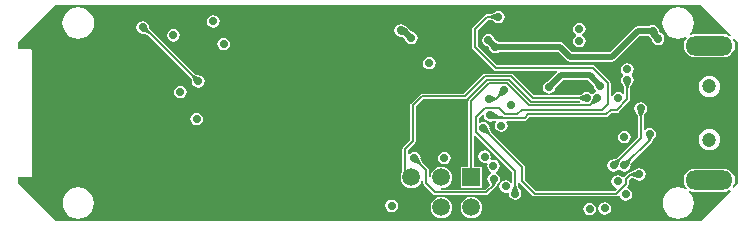
<source format=gbl>
%FSLAX24Y24*%
%MOIN*%
G70*
G01*
G75*
G04 Layer_Physical_Order=4*
G04 Layer_Color=16711680*
%ADD10C,0.0060*%
%ADD11C,0.0200*%
%ADD12C,0.0100*%
%ADD13C,0.0250*%
%ADD14C,0.0120*%
%ADD15C,0.0330*%
%ADD16R,0.0197X0.0236*%
%ADD17R,0.0315X0.0354*%
%ADD18R,0.0217X0.0472*%
%ADD19R,0.1575X0.1181*%
%ADD20R,0.0236X0.0394*%
%ADD21R,0.0394X0.0394*%
%ADD22R,0.2156X0.2156*%
%ADD23O,0.0118X0.0295*%
%ADD24O,0.0295X0.0118*%
%ADD25O,0.0669X0.0177*%
%ADD26R,0.0354X0.0315*%
%ADD27R,0.0266X0.0098*%
%ADD28R,0.0591X0.0937*%
%ADD29R,0.0512X0.0295*%
%ADD30R,0.0128X0.0197*%
%ADD31R,0.0630X0.0520*%
%ADD32R,0.0709X0.0276*%
%ADD33R,0.0906X0.0276*%
%ADD34R,0.0276X0.0709*%
%ADD35R,0.1600X0.0600*%
%ADD36R,0.0433X0.0256*%
%ADD37R,0.0827X0.0472*%
%ADD38R,0.0827X0.0315*%
%ADD39R,0.0236X0.0197*%
G04:AMPARAMS|DCode=40|XSize=19.7mil|YSize=23.6mil|CornerRadius=0mil|HoleSize=0mil|Usage=FLASHONLY|Rotation=135.000|XOffset=0mil|YOffset=0mil|HoleType=Round|Shape=Rectangle|*
%AMROTATEDRECTD40*
4,1,4,0.0153,0.0014,-0.0014,-0.0153,-0.0153,-0.0014,0.0014,0.0153,0.0153,0.0014,0.0*
%
%ADD40ROTATEDRECTD40*%

%ADD41C,0.0150*%
%ADD42C,0.0290*%
%ADD43R,0.1600X0.1300*%
%ADD44C,0.0591*%
%ADD45C,0.0591*%
%ADD46R,0.0591X0.0591*%
%ADD47C,0.0472*%
%ADD48O,0.1575X0.0650*%
%ADD49C,0.0260*%
%ADD50C,0.0400*%
%ADD51C,0.0550*%
%ADD52C,0.0754*%
%ADD53C,0.0991*%
%ADD54O,0.1384X0.0794*%
%ADD55R,0.2280X0.2290*%
%ADD56R,0.1000X0.2790*%
%ADD57R,0.8990X0.0670*%
%ADD58R,0.0750X0.0500*%
%ADD59C,0.0530*%
G36*
X48751Y26274D02*
X48719Y26236D01*
X48694Y26255D01*
X48600Y26294D01*
X48500Y26307D01*
X47574D01*
X47474Y26294D01*
X47409Y26267D01*
X47379Y26307D01*
X47456Y26407D01*
X47508Y26534D01*
X47526Y26670D01*
X47508Y26806D01*
X47456Y26933D01*
X47372Y27042D01*
X47263Y27126D01*
X47136Y27178D01*
X47000Y27196D01*
X46864Y27178D01*
X46737Y27126D01*
X46628Y27042D01*
X46544Y26933D01*
X46492Y26806D01*
X46474Y26670D01*
X46492Y26534D01*
X46544Y26407D01*
X46628Y26298D01*
X46737Y26214D01*
X46864Y26162D01*
X47000Y26144D01*
X47136Y26162D01*
X47252Y26210D01*
X47282Y26170D01*
X47238Y26113D01*
X47200Y26020D01*
X47186Y25919D01*
X47200Y25819D01*
X47238Y25725D01*
X47300Y25645D01*
X47380Y25583D01*
X47474Y25544D01*
X47574Y25531D01*
X48500D01*
X48600Y25544D01*
X48694Y25583D01*
X48774Y25645D01*
X48836Y25725D01*
X48875Y25819D01*
X48888Y25919D01*
X48875Y26020D01*
X48836Y26113D01*
X48817Y26138D01*
X48854Y26171D01*
X49008Y26017D01*
Y21333D01*
X48854Y21179D01*
X48817Y21212D01*
X48836Y21237D01*
X48875Y21330D01*
X48888Y21431D01*
X48875Y21531D01*
X48836Y21625D01*
X48774Y21705D01*
X48694Y21767D01*
X48600Y21806D01*
X48500Y21819D01*
X47574D01*
X47474Y21806D01*
X47380Y21767D01*
X47300Y21705D01*
X47238Y21625D01*
X47200Y21531D01*
X47186Y21431D01*
X47200Y21330D01*
X47238Y21237D01*
X47293Y21165D01*
X47263Y21125D01*
X47136Y21177D01*
X47000Y21195D01*
X46864Y21177D01*
X46737Y21125D01*
X46629Y21041D01*
X46545Y20933D01*
X46493Y20806D01*
X46475Y20670D01*
X46493Y20534D01*
X46545Y20407D01*
X46629Y20299D01*
X46737Y20215D01*
X46864Y20163D01*
X47000Y20145D01*
X47136Y20163D01*
X47263Y20215D01*
X47371Y20299D01*
X47455Y20407D01*
X47507Y20534D01*
X47525Y20670D01*
X47507Y20806D01*
X47455Y20933D01*
X47371Y21041D01*
X47362Y21049D01*
X47387Y21092D01*
X47474Y21056D01*
X47574Y21043D01*
X48500D01*
X48600Y21056D01*
X48694Y21095D01*
X48719Y21114D01*
X48751Y21076D01*
X47762Y20087D01*
X26238D01*
X24992Y21333D01*
Y21533D01*
X25380D01*
X25415Y21540D01*
X25445Y21560D01*
X25465Y21590D01*
X25472Y21625D01*
Y25725D01*
X25465Y25760D01*
X25445Y25790D01*
X25415Y25810D01*
X25380Y25817D01*
X24992D01*
Y26017D01*
X26238Y27263D01*
X47762D01*
X48751Y26274D01*
D02*
G37*
%LPC*%
G36*
X45750Y24034D02*
X45670Y24018D01*
X45602Y23973D01*
X45557Y23905D01*
X45541Y23825D01*
X45557Y23745D01*
X45602Y23677D01*
X45608Y23674D01*
X45644Y23619D01*
X45658Y23553D01*
X45657Y23547D01*
X45658D01*
Y22863D01*
X44981Y22186D01*
X44981Y22186D01*
X44980Y22187D01*
X44977Y22183D01*
X44921Y22146D01*
X44857Y22133D01*
X44850Y22134D01*
X44770Y22118D01*
X44702Y22073D01*
X44657Y22005D01*
X44641Y21925D01*
X44657Y21845D01*
X44702Y21777D01*
X44770Y21732D01*
X44850Y21716D01*
X44930Y21732D01*
X44998Y21777D01*
X45000Y21781D01*
X45050D01*
X45052Y21777D01*
X45120Y21732D01*
X45200Y21716D01*
X45280Y21732D01*
X45348Y21777D01*
X45393Y21845D01*
X45409Y21925D01*
X45408Y21932D01*
X45421Y21996D01*
X45458Y22052D01*
X45462Y22055D01*
X45461Y22056D01*
X45461Y22056D01*
X46115Y22710D01*
X46135Y22740D01*
X46142Y22775D01*
D01*
D01*
X46142D01*
X46142Y22775D01*
X46142Y22775D01*
X46144Y22775D01*
X46147Y22780D01*
X46198Y22827D01*
X46198Y22827D01*
X46198D01*
X46243Y22895D01*
X46259Y22975D01*
X46243Y23055D01*
X46198Y23123D01*
X46130Y23168D01*
X46050Y23184D01*
X45970Y23168D01*
X45902Y23123D01*
X45890Y23104D01*
X45842Y23118D01*
Y23547D01*
X45843D01*
X45842Y23553D01*
X45856Y23619D01*
X45892Y23674D01*
X45898Y23677D01*
X45943Y23745D01*
X45959Y23825D01*
X45943Y23905D01*
X45898Y23973D01*
X45830Y24018D01*
X45750Y24034D01*
D02*
G37*
G36*
X45200Y23084D02*
X45120Y23068D01*
X45052Y23023D01*
X45007Y22955D01*
X44991Y22875D01*
X45007Y22795D01*
X45052Y22727D01*
X45120Y22682D01*
X45200Y22666D01*
X45280Y22682D01*
X45348Y22727D01*
X45393Y22795D01*
X45409Y22875D01*
X45393Y22955D01*
X45348Y23023D01*
X45280Y23068D01*
X45200Y23084D01*
D02*
G37*
G36*
X30950Y23684D02*
X30870Y23668D01*
X30802Y23623D01*
X30757Y23555D01*
X30741Y23475D01*
X30757Y23395D01*
X30802Y23327D01*
X30870Y23282D01*
X30950Y23266D01*
X31030Y23282D01*
X31098Y23327D01*
X31143Y23395D01*
X31159Y23475D01*
X31143Y23555D01*
X31098Y23623D01*
X31030Y23668D01*
X30950Y23684D01*
D02*
G37*
G36*
X30400Y24584D02*
X30320Y24568D01*
X30252Y24523D01*
X30207Y24455D01*
X30191Y24375D01*
X30207Y24295D01*
X30252Y24227D01*
X30320Y24182D01*
X30400Y24166D01*
X30480Y24182D01*
X30548Y24227D01*
X30593Y24295D01*
X30609Y24375D01*
X30593Y24455D01*
X30548Y24523D01*
X30480Y24568D01*
X30400Y24584D01*
D02*
G37*
G36*
X48037Y24919D02*
X47944Y24907D01*
X47858Y24871D01*
X47784Y24814D01*
X47727Y24740D01*
X47691Y24654D01*
X47679Y24561D01*
X47691Y24468D01*
X47727Y24382D01*
X47784Y24307D01*
X47858Y24251D01*
X47944Y24215D01*
X48037Y24202D01*
X48130Y24215D01*
X48216Y24251D01*
X48290Y24307D01*
X48347Y24382D01*
X48383Y24468D01*
X48395Y24561D01*
X48383Y24654D01*
X48347Y24740D01*
X48290Y24814D01*
X48216Y24871D01*
X48130Y24907D01*
X48037Y24919D01*
D02*
G37*
G36*
X44550Y20704D02*
X44470Y20688D01*
X44402Y20643D01*
X44357Y20575D01*
X44341Y20495D01*
X44357Y20415D01*
X44402Y20347D01*
X44470Y20302D01*
X44550Y20286D01*
X44630Y20302D01*
X44698Y20347D01*
X44743Y20415D01*
X44759Y20495D01*
X44743Y20575D01*
X44698Y20643D01*
X44630Y20688D01*
X44550Y20704D01*
D02*
G37*
G36*
X44050Y20684D02*
X43970Y20668D01*
X43902Y20623D01*
X43857Y20555D01*
X43841Y20475D01*
X43857Y20395D01*
X43902Y20327D01*
X43970Y20282D01*
X44050Y20266D01*
X44130Y20282D01*
X44198Y20327D01*
X44243Y20395D01*
X44259Y20475D01*
X44243Y20555D01*
X44198Y20623D01*
X44130Y20668D01*
X44050Y20684D01*
D02*
G37*
G36*
X37450Y20787D02*
X37370Y20771D01*
X37302Y20726D01*
X37257Y20658D01*
X37241Y20578D01*
X37257Y20498D01*
X37302Y20430D01*
X37370Y20385D01*
X37450Y20369D01*
X37530Y20385D01*
X37598Y20430D01*
X37643Y20498D01*
X37659Y20578D01*
X37643Y20658D01*
X37598Y20726D01*
X37530Y20771D01*
X37450Y20787D01*
D02*
G37*
G36*
X48037Y23148D02*
X47944Y23135D01*
X47858Y23100D01*
X47784Y23043D01*
X47727Y22968D01*
X47691Y22882D01*
X47679Y22789D01*
X47691Y22696D01*
X47727Y22610D01*
X47784Y22536D01*
X47858Y22479D01*
X47944Y22443D01*
X48037Y22431D01*
X48130Y22443D01*
X48216Y22479D01*
X48290Y22536D01*
X48347Y22610D01*
X48383Y22696D01*
X48395Y22789D01*
X48383Y22882D01*
X48347Y22968D01*
X48290Y23043D01*
X48216Y23100D01*
X48130Y23135D01*
X48037Y23148D01*
D02*
G37*
G36*
X39200Y22384D02*
X39120Y22368D01*
X39052Y22323D01*
X39007Y22255D01*
X38991Y22175D01*
X39007Y22095D01*
X39052Y22027D01*
X39120Y21982D01*
X39200Y21966D01*
X39280Y21982D01*
X39348Y22027D01*
X39393Y22095D01*
X39409Y22175D01*
X39393Y22255D01*
X39348Y22323D01*
X39280Y22368D01*
X39200Y22384D01*
D02*
G37*
G36*
X27000Y21200D02*
X26864Y21182D01*
X26738Y21130D01*
X26629Y21046D01*
X26545Y20937D01*
X26493Y20811D01*
X26475Y20675D01*
X26493Y20539D01*
X26545Y20413D01*
X26629Y20304D01*
X26738Y20220D01*
X26864Y20168D01*
X27000Y20150D01*
X27136Y20168D01*
X27262Y20220D01*
X27371Y20304D01*
X27455Y20413D01*
X27507Y20539D01*
X27525Y20675D01*
X27507Y20811D01*
X27455Y20937D01*
X27371Y21046D01*
X27262Y21130D01*
X27136Y21182D01*
X27000Y21200D01*
D02*
G37*
G36*
X30170Y26474D02*
X30090Y26458D01*
X30022Y26413D01*
X29977Y26345D01*
X29961Y26265D01*
X29977Y26185D01*
X30022Y26117D01*
X30090Y26072D01*
X30170Y26056D01*
X30250Y26072D01*
X30318Y26117D01*
X30363Y26185D01*
X30379Y26265D01*
X30363Y26345D01*
X30318Y26413D01*
X30250Y26458D01*
X30170Y26474D01*
D02*
G37*
G36*
X37750Y26634D02*
X37670Y26618D01*
X37602Y26573D01*
X37557Y26505D01*
X37541Y26425D01*
X37557Y26345D01*
X37602Y26277D01*
X37670Y26232D01*
X37750Y26216D01*
X37757Y26217D01*
X37822Y26204D01*
X37823Y26204D01*
X37831Y26192D01*
X37866Y26168D01*
X37864Y26164D01*
X37880Y26154D01*
X37895Y26130D01*
X37897Y26121D01*
X37897D01*
X37902Y26118D01*
X37907Y26095D01*
X37952Y26027D01*
X38020Y25982D01*
X38100Y25966D01*
X38180Y25982D01*
X38248Y26027D01*
X38293Y26095D01*
X38309Y26175D01*
X38293Y26255D01*
X38248Y26323D01*
X38180Y26368D01*
X38127Y26379D01*
X38113Y26393D01*
X38113Y26393D01*
X38114Y26394D01*
X38106Y26400D01*
X37965Y26540D01*
X37912Y26576D01*
X37885Y26581D01*
X37830Y26618D01*
X37750Y26634D01*
D02*
G37*
G36*
X27000Y27203D02*
X26863Y27185D01*
X26736Y27132D01*
X26627Y27048D01*
X26543Y26939D01*
X26490Y26812D01*
X26472Y26675D01*
X26490Y26538D01*
X26543Y26411D01*
X26627Y26302D01*
X26736Y26218D01*
X26863Y26165D01*
X27000Y26147D01*
X27137Y26165D01*
X27264Y26218D01*
X27373Y26302D01*
X27457Y26411D01*
X27510Y26538D01*
X27528Y26675D01*
X27510Y26812D01*
X27457Y26939D01*
X27373Y27048D01*
X27264Y27132D01*
X27137Y27185D01*
X27000Y27203D01*
D02*
G37*
G36*
X41000Y27084D02*
X40920Y27068D01*
X40852Y27023D01*
X40849Y27017D01*
X40794Y26981D01*
X40728Y26967D01*
X40722Y26968D01*
Y26967D01*
X40630D01*
X40595Y26960D01*
X40565Y26940D01*
X40155Y26530D01*
X40135Y26500D01*
X40128Y26465D01*
Y25885D01*
X40128Y25885D01*
X40128D01*
X40135Y25850D01*
X40155Y25820D01*
X40865Y25110D01*
X40895Y25090D01*
X40895Y25090D01*
X40895Y25090D01*
D01*
X40895Y25090D01*
X40895Y25090D01*
X40930Y25083D01*
X42949D01*
X42965Y25059D01*
X42974Y25037D01*
X42666Y24729D01*
X42613Y24718D01*
X42545Y24673D01*
X42500Y24605D01*
X42484Y24525D01*
X42500Y24445D01*
X42545Y24377D01*
X42613Y24332D01*
X42690Y24317D01*
X42690Y24317D01*
D01*
X42689Y24304D01*
D01*
X42688Y24294D01*
X42664Y24267D01*
X42188D01*
X41495Y24960D01*
X41465Y24980D01*
X41430Y24987D01*
X40570D01*
X40535Y24980D01*
X40505Y24960D01*
X39862Y24317D01*
X38450D01*
X38415Y24310D01*
X38385Y24290D01*
X38085Y23990D01*
X38065Y23960D01*
X38058Y23925D01*
Y22763D01*
X37835Y22540D01*
X37815Y22510D01*
X37808Y22475D01*
Y21728D01*
X37790Y21704D01*
X37754Y21618D01*
X37742Y21525D01*
X37754Y21432D01*
X37790Y21346D01*
X37847Y21272D01*
X37921Y21215D01*
X38007Y21179D01*
X38100Y21167D01*
X38193Y21179D01*
X38279Y21215D01*
X38353Y21272D01*
X38410Y21346D01*
X38446Y21432D01*
X38458Y21525D01*
X38458D01*
X38458Y21525D01*
X38472Y21524D01*
D01*
X38474Y21524D01*
X38508Y21492D01*
Y21325D01*
X38508Y21325D01*
X38508D01*
X38515Y21290D01*
X38535Y21260D01*
X38835Y20960D01*
X38865Y20940D01*
X38900Y20933D01*
X39097D01*
X39100Y20883D01*
X39100Y20883D01*
X39007Y20871D01*
X38921Y20835D01*
X38847Y20778D01*
X38790Y20704D01*
X38754Y20618D01*
X38742Y20525D01*
X38754Y20432D01*
X38790Y20346D01*
X38847Y20272D01*
X38921Y20215D01*
X39007Y20179D01*
X39100Y20167D01*
X39193Y20179D01*
X39279Y20215D01*
X39353Y20272D01*
X39410Y20346D01*
X39446Y20432D01*
X39458Y20525D01*
X39446Y20618D01*
X39410Y20704D01*
X39353Y20778D01*
X39279Y20835D01*
X39193Y20871D01*
X39100Y20883D01*
X39103Y20933D01*
X40097D01*
X40100Y20883D01*
X40100Y20883D01*
X40007Y20871D01*
X39921Y20835D01*
X39847Y20778D01*
X39790Y20704D01*
X39754Y20618D01*
X39742Y20525D01*
X39754Y20432D01*
X39790Y20346D01*
X39847Y20272D01*
X39921Y20215D01*
X40007Y20179D01*
X40100Y20167D01*
X40193Y20179D01*
X40279Y20215D01*
X40353Y20272D01*
X40410Y20346D01*
X40446Y20432D01*
X40458Y20525D01*
X40446Y20618D01*
X40410Y20704D01*
X40353Y20778D01*
X40279Y20835D01*
X40193Y20871D01*
X40100Y20883D01*
X40103Y20933D01*
X40600D01*
X40635Y20940D01*
X40665Y20960D01*
X40665Y20960D01*
X40665Y20960D01*
X40915Y21210D01*
X40935Y21240D01*
X40936Y21246D01*
X40942Y21275D01*
X40942Y21275D01*
X40944Y21275D01*
X40956Y21294D01*
D01*
D01*
X40956Y21294D01*
X40956D01*
X40953Y21297D01*
X40998Y21327D01*
X41043Y21395D01*
X41059Y21475D01*
X41043Y21555D01*
X40998Y21623D01*
X40930Y21668D01*
X40926Y21669D01*
X40916Y21718D01*
X40983Y21762D01*
X41028Y21830D01*
X41044Y21910D01*
X41028Y21990D01*
X40983Y22058D01*
X40915Y22103D01*
X40835Y22119D01*
X40788Y22110D01*
X40743Y22139D01*
X40740Y22142D01*
X40756Y22222D01*
X40740Y22302D01*
X40694Y22369D01*
X40627Y22415D01*
X40547Y22431D01*
X40467Y22415D01*
X40399Y22369D01*
X40353Y22302D01*
X40338Y22222D01*
X40353Y22142D01*
X40399Y22074D01*
X40467Y22028D01*
X40547Y22013D01*
X40594Y22022D01*
X40639Y21992D01*
X40642Y21989D01*
X40626Y21910D01*
X40642Y21830D01*
X40687Y21762D01*
X40755Y21717D01*
X40759Y21716D01*
X40769Y21667D01*
X40702Y21623D01*
X40657Y21555D01*
X40641Y21475D01*
X40657Y21395D01*
X40702Y21327D01*
X40712Y21321D01*
X40716Y21271D01*
X40562Y21117D01*
X39133D01*
X39101Y21151D01*
X39101Y21153D01*
D01*
X39100Y21167D01*
X39100Y21167D01*
Y21167D01*
X39193Y21179D01*
X39279Y21215D01*
X39353Y21272D01*
X39410Y21346D01*
X39446Y21432D01*
X39458Y21525D01*
X39446Y21618D01*
X39410Y21704D01*
X39353Y21778D01*
X39279Y21835D01*
X39193Y21871D01*
X39100Y21883D01*
X39007Y21871D01*
X38921Y21835D01*
X38847Y21778D01*
X38790Y21704D01*
X38754Y21618D01*
X38742Y21525D01*
X38742Y21525D01*
X38728Y21526D01*
X38728Y21526D01*
X38726Y21526D01*
X38692Y21558D01*
Y21775D01*
X38686Y21804D01*
X38685Y21810D01*
X38665Y21840D01*
X38461Y22044D01*
X38462Y22045D01*
X38462Y22045D01*
X38458Y22048D01*
X38421Y22104D01*
X38408Y22168D01*
X38409Y22175D01*
X38393Y22255D01*
X38348Y22323D01*
X38280Y22368D01*
X38200Y22384D01*
X38120Y22368D01*
X38052Y22323D01*
X38040Y22304D01*
X37992Y22318D01*
Y22437D01*
X38215Y22660D01*
X38235Y22690D01*
X38236Y22696D01*
X38242Y22725D01*
Y23887D01*
X38488Y24133D01*
X39900D01*
X39935Y24140D01*
X39965Y24160D01*
X40608Y24803D01*
X41392D01*
X42085Y24110D01*
X42085D01*
X42085Y24110D01*
X42085Y24110D01*
Y24110D01*
X42115Y24090D01*
X42150Y24083D01*
X43672D01*
Y24082D01*
X43678Y24083D01*
X43715Y24075D01*
X43741Y24032D01*
X43736Y24017D01*
X42070D01*
X41362Y24725D01*
X41332Y24745D01*
X41297Y24752D01*
X40685D01*
X40650Y24745D01*
X40620Y24725D01*
X40035Y24140D01*
X40015Y24110D01*
X40008Y24075D01*
Y21880D01*
X39745D01*
Y21170D01*
X40455D01*
Y21880D01*
X40192D01*
Y22918D01*
X40238Y22937D01*
X41470Y21705D01*
Y21350D01*
X41423Y21336D01*
X41398Y21373D01*
X41330Y21418D01*
X41250Y21434D01*
X41170Y21418D01*
X41102Y21373D01*
X41057Y21305D01*
X41041Y21225D01*
X41057Y21145D01*
X41102Y21077D01*
X41170Y21032D01*
X41250Y21016D01*
X41319Y21030D01*
X41355Y20994D01*
X41353Y20987D01*
X41369Y20907D01*
X41414Y20839D01*
X41482Y20794D01*
X41562Y20778D01*
X41642Y20794D01*
X41710Y20839D01*
X41755Y20907D01*
X41771Y20987D01*
X41755Y21067D01*
X41710Y21135D01*
X41704Y21139D01*
X41668Y21194D01*
X41655Y21260D01*
X41655Y21265D01*
X41654D01*
Y21383D01*
X41704Y21387D01*
X41705Y21380D01*
X41725Y21350D01*
X42155Y20920D01*
X42185Y20900D01*
X42220Y20893D01*
X44930D01*
X44965Y20900D01*
X44995Y20920D01*
X45003Y20929D01*
X45051Y20914D01*
X45057Y20885D01*
X45102Y20817D01*
X45170Y20772D01*
X45250Y20756D01*
X45330Y20772D01*
X45398Y20817D01*
X45443Y20885D01*
X45459Y20965D01*
X45443Y21045D01*
X45398Y21113D01*
X45330Y21158D01*
X45301Y21164D01*
X45286Y21212D01*
X45315Y21240D01*
X45335Y21270D01*
X45336Y21276D01*
X45342Y21305D01*
Y21427D01*
X45444Y21529D01*
X45494Y21519D01*
X45549Y21483D01*
X45552Y21477D01*
X45620Y21432D01*
X45700Y21416D01*
X45780Y21432D01*
X45848Y21477D01*
X45893Y21545D01*
X45909Y21625D01*
X45893Y21705D01*
X45848Y21773D01*
X45780Y21818D01*
X45700Y21834D01*
X45620Y21818D01*
X45552Y21773D01*
X45549Y21767D01*
X45494Y21731D01*
X45428Y21717D01*
X45422Y21718D01*
Y21717D01*
X45410D01*
X45375Y21710D01*
X45345Y21690D01*
X45185Y21530D01*
X45182Y21526D01*
X45132D01*
X45124Y21539D01*
X45056Y21584D01*
X44976Y21600D01*
X44896Y21584D01*
X44828Y21539D01*
X44783Y21471D01*
X44767Y21391D01*
X44783Y21311D01*
X44828Y21243D01*
X44896Y21198D01*
X44941Y21189D01*
X44956Y21141D01*
X44892Y21077D01*
X42258D01*
X41882Y21453D01*
Y21885D01*
X41876Y21914D01*
X41875Y21920D01*
X41855Y21950D01*
X40761Y23044D01*
X40762Y23045D01*
X40762Y23045D01*
X40758Y23048D01*
X40721Y23104D01*
X40708Y23168D01*
X40709Y23175D01*
X40693Y23255D01*
X40648Y23323D01*
X40580Y23368D01*
X40500Y23384D01*
X40420Y23368D01*
X40396Y23352D01*
X40352Y23376D01*
Y23517D01*
X40483Y23648D01*
X40527Y23624D01*
X40521Y23595D01*
X40537Y23515D01*
X40582Y23447D01*
X40650Y23402D01*
X40730Y23386D01*
X40810Y23402D01*
X40842Y23423D01*
X40901D01*
X40911Y23422D01*
Y23422D01*
X40914D01*
X40936Y23379D01*
X40907Y23335D01*
X40891Y23255D01*
X40907Y23175D01*
X40952Y23107D01*
X41020Y23062D01*
X41100Y23046D01*
X41180Y23062D01*
X41248Y23107D01*
X41293Y23175D01*
X41309Y23255D01*
X41293Y23335D01*
X41264Y23379D01*
X41287Y23423D01*
X41890D01*
X41925Y23430D01*
X41955Y23450D01*
X42038Y23533D01*
X44600D01*
X44635Y23540D01*
X44665Y23560D01*
X44665Y23560D01*
X44665Y23560D01*
X44788Y23683D01*
X44950D01*
X44985Y23690D01*
X45015Y23710D01*
X45365Y24060D01*
X45385Y24090D01*
X45392Y24125D01*
Y24497D01*
X45393D01*
X45392Y24503D01*
X45406Y24569D01*
X45442Y24624D01*
X45448Y24627D01*
X45493Y24695D01*
X45509Y24775D01*
X45493Y24855D01*
X45448Y24923D01*
X45444Y24925D01*
Y24975D01*
X45448Y24977D01*
X45493Y25045D01*
X45509Y25125D01*
X45493Y25205D01*
X45448Y25273D01*
X45380Y25318D01*
X45300Y25334D01*
X45220Y25318D01*
X45152Y25273D01*
X45107Y25205D01*
X45091Y25125D01*
X45107Y25045D01*
X45152Y24977D01*
X45156Y24975D01*
Y24925D01*
X45152Y24923D01*
X45107Y24855D01*
X45091Y24775D01*
X45107Y24695D01*
X45152Y24627D01*
X45158Y24624D01*
X45194Y24569D01*
X45208Y24503D01*
X45207Y24497D01*
X45208D01*
Y24318D01*
X45160Y24304D01*
X45148Y24323D01*
X45080Y24368D01*
X45000Y24384D01*
X44920Y24368D01*
X44852Y24323D01*
X44807Y24255D01*
X44792Y24178D01*
X44792Y24178D01*
X44779Y24179D01*
D01*
X44769Y24180D01*
X44742Y24205D01*
Y24675D01*
X44735Y24710D01*
X44715Y24740D01*
X44215Y25240D01*
X44185Y25260D01*
X44150Y25267D01*
X40968D01*
X40312Y25923D01*
Y26427D01*
X40668Y26783D01*
X40722D01*
Y26782D01*
X40728Y26783D01*
X40794Y26769D01*
X40849Y26733D01*
X40852Y26727D01*
X40920Y26682D01*
X41000Y26666D01*
X41080Y26682D01*
X41148Y26727D01*
X41193Y26795D01*
X41209Y26875D01*
X41193Y26955D01*
X41148Y27023D01*
X41080Y27068D01*
X41000Y27084D01*
D02*
G37*
G36*
X31500Y26934D02*
X31420Y26918D01*
X31352Y26873D01*
X31307Y26805D01*
X31291Y26725D01*
X31307Y26645D01*
X31352Y26577D01*
X31420Y26532D01*
X31500Y26516D01*
X31580Y26532D01*
X31648Y26577D01*
X31693Y26645D01*
X31709Y26725D01*
X31693Y26805D01*
X31648Y26873D01*
X31580Y26918D01*
X31500Y26934D01*
D02*
G37*
G36*
X38700Y25544D02*
X38620Y25528D01*
X38552Y25483D01*
X38507Y25415D01*
X38491Y25335D01*
X38507Y25255D01*
X38552Y25187D01*
X38620Y25142D01*
X38700Y25126D01*
X38780Y25142D01*
X38848Y25187D01*
X38893Y25255D01*
X38909Y25335D01*
X38893Y25415D01*
X38848Y25483D01*
X38780Y25528D01*
X38700Y25544D01*
D02*
G37*
G36*
X29150Y26734D02*
X29070Y26718D01*
X29002Y26673D01*
X28957Y26605D01*
X28941Y26525D01*
X28957Y26445D01*
X29002Y26377D01*
X29070Y26332D01*
X29150Y26316D01*
X29155Y26317D01*
X29229Y26307D01*
X29303Y26277D01*
X29366Y26228D01*
X29367Y26228D01*
X29367Y26228D01*
X30739Y24856D01*
X30739Y24856D01*
X30738Y24855D01*
X30742Y24852D01*
X30779Y24796D01*
X30792Y24732D01*
X30791Y24725D01*
X30807Y24645D01*
X30852Y24577D01*
X30920Y24532D01*
X31000Y24516D01*
X31080Y24532D01*
X31148Y24577D01*
X31193Y24645D01*
X31209Y24725D01*
X31193Y24805D01*
X31148Y24873D01*
X31080Y24918D01*
X31000Y24934D01*
X30993Y24933D01*
X30929Y24946D01*
X30873Y24983D01*
X30870Y24987D01*
X30869Y24986D01*
X30869Y24986D01*
X29497Y26358D01*
X29498Y26360D01*
X29483Y26371D01*
X29394Y26461D01*
X29395Y26461D01*
X29388Y26467D01*
X29376Y26479D01*
X29377Y26480D01*
X29364Y26501D01*
X29359Y26524D01*
X29359Y26525D01*
X29343Y26605D01*
X29298Y26673D01*
X29230Y26718D01*
X29150Y26734D01*
D02*
G37*
G36*
X46160Y26614D02*
X46080Y26598D01*
X46035Y26568D01*
X45650D01*
X45588Y26556D01*
X45535Y26520D01*
X44722Y25708D01*
X43468D01*
X43185Y25990D01*
X43132Y26026D01*
X43070Y26038D01*
X41025D01*
X40980Y26068D01*
X40927Y26079D01*
X40878Y26128D01*
X40867Y26181D01*
X40822Y26249D01*
X40754Y26294D01*
X40674Y26310D01*
X40594Y26294D01*
X40526Y26249D01*
X40481Y26181D01*
X40465Y26101D01*
X40481Y26021D01*
X40526Y25953D01*
X40594Y25908D01*
X40647Y25897D01*
X40696Y25848D01*
X40707Y25795D01*
X40752Y25727D01*
X40820Y25682D01*
X40900Y25666D01*
X40980Y25682D01*
X41025Y25712D01*
X43002D01*
X43285Y25430D01*
X43338Y25394D01*
X43400Y25382D01*
X44790D01*
X44852Y25394D01*
X44905Y25430D01*
X44905Y25430D01*
X44905Y25430D01*
X45718Y26242D01*
X46016D01*
X46039Y26207D01*
X46045Y26200D01*
X46105Y26139D01*
X46109Y26134D01*
X46114Y26130D01*
X46126Y26118D01*
X46137Y26065D01*
X46182Y25997D01*
X46250Y25952D01*
X46330Y25936D01*
X46410Y25952D01*
X46478Y25997D01*
X46523Y26065D01*
X46539Y26145D01*
X46523Y26225D01*
X46478Y26293D01*
X46410Y26338D01*
X46379Y26344D01*
X46368Y26400D01*
X46369Y26405D01*
X46353Y26485D01*
X46308Y26553D01*
X46240Y26598D01*
X46160Y26614D01*
D02*
G37*
G36*
X43700Y26684D02*
X43620Y26668D01*
X43552Y26623D01*
X43507Y26555D01*
X43491Y26475D01*
X43507Y26395D01*
X43552Y26327D01*
X43593Y26300D01*
Y26250D01*
X43552Y26223D01*
X43507Y26155D01*
X43491Y26075D01*
X43507Y25995D01*
X43552Y25927D01*
X43620Y25882D01*
X43700Y25866D01*
X43780Y25882D01*
X43848Y25927D01*
X43893Y25995D01*
X43909Y26075D01*
X43893Y26155D01*
X43848Y26223D01*
X43807Y26250D01*
Y26300D01*
X43848Y26327D01*
X43893Y26395D01*
X43909Y26475D01*
X43893Y26555D01*
X43848Y26623D01*
X43780Y26668D01*
X43700Y26684D01*
D02*
G37*
G36*
X31850Y26184D02*
X31770Y26168D01*
X31702Y26123D01*
X31657Y26055D01*
X31641Y25975D01*
X31657Y25895D01*
X31702Y25827D01*
X31770Y25782D01*
X31850Y25766D01*
X31930Y25782D01*
X31998Y25827D01*
X32043Y25895D01*
X32059Y25975D01*
X32043Y26055D01*
X31998Y26123D01*
X31930Y26168D01*
X31850Y26184D01*
D02*
G37*
%LPD*%
G36*
X44196Y24548D02*
X44207Y24495D01*
X44252Y24427D01*
X44259Y24423D01*
X44249Y24374D01*
X44220Y24368D01*
X44152Y24323D01*
X44150Y24320D01*
X44100D01*
X44098Y24323D01*
X44030Y24368D01*
X43950Y24384D01*
X43870Y24368D01*
X43802Y24323D01*
X43799Y24317D01*
X43744Y24281D01*
X43678Y24267D01*
X43672Y24268D01*
Y24267D01*
X42723D01*
X42698Y24294D01*
X42698Y24297D01*
X42696Y24317D01*
X42773Y24332D01*
X42841Y24377D01*
X42886Y24445D01*
X42897Y24498D01*
X43161Y24762D01*
X43982D01*
X44196Y24548D01*
D02*
G37*
D10*
X40726Y23591D02*
G03*
X40911Y23515I185J185D01*
G01*
X40769Y23634D02*
G03*
X41056Y23515I287J287D01*
G01*
X40811Y23676D02*
G03*
X41201Y23515I389J389D01*
G01*
X41481Y21069D02*
G03*
X41562Y21265I-196J196D01*
G01*
D02*
G03*
X41644Y21069I278J0D01*
G01*
X40782Y24214D02*
G03*
X40920Y24145I138J103D01*
G01*
D02*
G03*
X40782Y24076I0J-172D01*
G01*
X45831Y23744D02*
G03*
X45750Y23547I196J-196D01*
G01*
D02*
G03*
X45669Y23744I-278J0D01*
G01*
X44300Y24060D02*
G03*
X44104Y23979I0J-278D01*
G01*
X44104Y23979D02*
G03*
X44185Y24175I-196J196D01*
G01*
X43869Y24094D02*
G03*
X43672Y24175I-196J-196D01*
G01*
D02*
G03*
X43869Y24256I0J278D01*
G01*
X38315Y22175D02*
G03*
X38396Y21979I278J0D01*
G01*
X38396Y21979D02*
G03*
X38200Y22060I-196J-196D01*
G01*
X46108Y22876D02*
G03*
X46050Y22775I59J-101D01*
G01*
D02*
G03*
X45992Y22876I-116J0D01*
G01*
X45619Y21544D02*
G03*
X45422Y21625I-196J-196D01*
G01*
D02*
G03*
X45619Y21706I0J278D01*
G01*
X44850Y22040D02*
G03*
X45046Y22121I0J278D01*
G01*
X45046Y22121D02*
G03*
X44965Y21925I196J-196D01*
G01*
X45200Y22040D02*
G03*
X45396Y22121I0J278D01*
G01*
X45396Y22121D02*
G03*
X45315Y21925I196J-196D01*
G01*
X45381Y24694D02*
G03*
X45300Y24497I196J-196D01*
G01*
D02*
G03*
X45219Y24694I-278J0D01*
G01*
X40908Y21376D02*
G03*
X40850Y21275I59J-101D01*
G01*
D02*
G03*
X40792Y21376I-116J0D01*
G01*
X30885Y24725D02*
G03*
X30804Y24921I-278J0D01*
G01*
X30804Y24921D02*
G03*
X31000Y24840I196J196D01*
G01*
X29265Y26525D02*
G03*
X29311Y26414I157J0D01*
G01*
X29329Y26396D02*
G03*
X29150Y26470I-179J-179D01*
G01*
X29432Y26293D02*
G03*
X29150Y26410I-282J-282D01*
G01*
X40919Y26794D02*
G03*
X40722Y26875I-196J-196D01*
G01*
D02*
G03*
X40919Y26956I0J278D01*
G01*
X40615Y23175D02*
G03*
X40696Y22979I278J0D01*
G01*
X40696Y22979D02*
G03*
X40500Y23060I-196J-196D01*
G01*
X41200Y24310D02*
G03*
X41004Y24229I0J-278D01*
G01*
X41004Y24229D02*
G03*
X41085Y24425I-196J196D01*
G01*
X29250Y26475D02*
X31000Y24725D01*
X38450Y24225D02*
X39900D01*
X38150Y23925D02*
X38450Y24225D01*
X38150Y22725D02*
Y23925D01*
X37900Y22475D02*
X38150Y22725D01*
X37900Y21725D02*
Y22475D01*
Y21725D02*
X38100Y21525D01*
X45250Y21465D02*
X45410Y21625D01*
X45250Y21305D02*
Y21465D01*
X45410Y21625D02*
X45700D01*
X44930Y20985D02*
X45250Y21305D01*
X45300Y24125D02*
Y24775D01*
X44950Y23775D02*
X45300Y24125D01*
X44750Y23775D02*
X44950D01*
X44600Y23625D02*
X44750Y23775D01*
X42050Y23625D02*
X44600D01*
X42000D02*
X42050D01*
X44050Y23925D02*
X44300Y24175D01*
X42150D02*
X43950D01*
X40100Y21525D02*
Y24075D01*
X44450Y23775D02*
X44650Y23975D01*
Y24675D01*
X44150Y25175D02*
X44650Y24675D01*
X45200Y21925D02*
X46050Y22775D01*
Y22975D01*
X44850Y21925D02*
X45750Y22825D01*
Y23775D01*
X45800Y23825D01*
X38000Y21525D02*
X38100D01*
X38200Y22175D02*
X38600Y21775D01*
Y21325D02*
Y21775D01*
Y21325D02*
X38900Y21025D01*
X40600D01*
X40850Y21275D01*
Y21475D01*
X40930Y25175D02*
X44150D01*
X40220Y25885D02*
X40930Y25175D01*
X40220Y25885D02*
Y26465D01*
X40630Y26875D01*
X41000D01*
X40100Y24075D02*
X40685Y24660D01*
X39900Y24225D02*
X40570Y24895D01*
X41430D01*
X42150Y24175D01*
X40685Y24660D02*
X41297D01*
X42032Y23925D02*
X44050D01*
X41297Y24660D02*
X42032Y23925D01*
X41640Y23635D02*
X41780Y23775D01*
X44450D01*
X41230Y23635D02*
X41640D01*
X40690Y24145D02*
X40920D01*
X41200Y24425D01*
X41020Y23845D02*
X41230Y23635D01*
X40260Y23555D02*
X40550Y23845D01*
X41020D01*
X40730Y23595D02*
X40810Y23515D01*
X41890D01*
X42000Y23625D01*
X42220Y20985D02*
X44930D01*
X41790Y21415D02*
X42220Y20985D01*
X41790Y21415D02*
Y21885D01*
X40500Y23175D02*
X41790Y21885D01*
X40260Y23045D02*
Y23555D01*
Y23045D02*
X41562Y21743D01*
Y20987D02*
Y21743D01*
D11*
X46205Y26405D02*
G03*
X46300Y26175I326J0D01*
G01*
X46160Y26405D02*
G03*
X46338Y26189I220J0D01*
G01*
X38057Y26163D02*
G03*
X37946Y26307I-229J-61D01*
G01*
X37998Y26277D02*
G03*
X37750Y26380I-248J-248D01*
G01*
X37850Y26425D02*
X38100Y26175D01*
X37750Y26425D02*
X37850D01*
X44050Y24925D02*
X44400Y24575D01*
X43093Y24925D02*
X44050D01*
X42693Y24525D02*
X43093Y24925D01*
X40674Y26101D02*
X40900Y25875D01*
X43070D01*
X43400Y25545D01*
X44790D01*
X45650Y26405D01*
X46160D01*
Y26315D02*
Y26405D01*
Y26315D02*
X46330Y26145D01*
D42*
X40835Y21910D02*
D03*
X44976Y21391D02*
D03*
X44550Y20495D02*
D03*
X41100Y23255D02*
D03*
X41435Y23940D02*
D03*
X29300Y25955D02*
D03*
X29290Y25495D02*
D03*
X29140Y22385D02*
D03*
X35910Y20845D02*
D03*
X35420D02*
D03*
X34940Y20835D02*
D03*
X34380D02*
D03*
X29520Y23265D02*
D03*
X31500Y26725D02*
D03*
X35010Y23575D02*
D03*
X32990Y20415D02*
D03*
X33190Y20825D02*
D03*
X32600Y20415D02*
D03*
X32590Y20805D02*
D03*
X32250Y20405D02*
D03*
X37900Y27025D02*
D03*
X48050Y23675D02*
D03*
Y25275D02*
D03*
Y22175D02*
D03*
X47400Y22775D02*
D03*
X46500D02*
D03*
X46280Y22275D02*
D03*
X46950Y22775D02*
D03*
X47850Y26625D02*
D03*
X47950Y20725D02*
D03*
X46350Y20475D02*
D03*
X28050Y24575D02*
D03*
X27600Y21025D02*
D03*
X27550Y21425D02*
D03*
Y21925D02*
D03*
X27740Y22365D02*
D03*
X29650Y24175D02*
D03*
X33450Y22655D02*
D03*
X33010Y22625D02*
D03*
X35000Y26275D02*
D03*
X38700Y25335D02*
D03*
X37600Y21775D02*
D03*
X26300Y26925D02*
D03*
X25950Y26475D02*
D03*
Y20875D02*
D03*
X26300Y20475D02*
D03*
X27800D02*
D03*
X31800Y20425D02*
D03*
X31350D02*
D03*
X30950D02*
D03*
X30700Y27025D02*
D03*
X36700Y26675D02*
D03*
X37250D02*
D03*
X37100Y25975D02*
D03*
X37450Y25675D02*
D03*
X37650Y22325D02*
D03*
X37620Y23135D02*
D03*
X37750Y23525D02*
D03*
Y24025D02*
D03*
Y24525D02*
D03*
Y24975D02*
D03*
X39200Y22175D02*
D03*
X39440Y23765D02*
D03*
X38450D02*
D03*
X38948Y23767D02*
D03*
X39700Y22175D02*
D03*
X41200Y24425D02*
D03*
X40900Y25875D02*
D03*
X40674Y26101D02*
D03*
X40500Y23175D02*
D03*
X41250Y21225D02*
D03*
X41000Y26875D02*
D03*
X37750Y26425D02*
D03*
X43700Y26475D02*
D03*
Y26075D02*
D03*
X38126Y26751D02*
D03*
X38100Y26175D02*
D03*
X29150Y26525D02*
D03*
X31850Y25975D02*
D03*
X30150Y23775D02*
D03*
X30400Y24375D02*
D03*
X28600Y24275D02*
D03*
X32300Y23525D02*
D03*
X31900D02*
D03*
X31500D02*
D03*
X29760Y26545D02*
D03*
X31450Y26015D02*
D03*
X25700Y25925D02*
D03*
X26350D02*
D03*
X26800D02*
D03*
X27350Y24525D02*
D03*
X27200Y25925D02*
D03*
X27250Y25275D02*
D03*
X31450Y25635D02*
D03*
X32600Y26675D02*
D03*
X33050D02*
D03*
X37600Y22775D02*
D03*
X26900Y22825D02*
D03*
X27600D02*
D03*
X28000D02*
D03*
X28200Y22375D02*
D03*
X28000Y21925D02*
D03*
X28050Y21425D02*
D03*
Y21025D02*
D03*
X28200Y20625D02*
D03*
X28550Y20475D02*
D03*
X29000D02*
D03*
X29450D02*
D03*
X27250Y22825D02*
D03*
X26350D02*
D03*
Y22325D02*
D03*
Y21825D02*
D03*
X25700Y21375D02*
D03*
X27050D02*
D03*
X26350D02*
D03*
X25700Y21825D02*
D03*
Y22375D02*
D03*
Y22825D02*
D03*
X33780Y21215D02*
D03*
X33350Y20475D02*
D03*
X32050Y20675D02*
D03*
X33800Y20475D02*
D03*
X31150Y20675D02*
D03*
X31600D02*
D03*
X30700D02*
D03*
X30350Y20475D02*
D03*
X29900D02*
D03*
X28705Y22381D02*
D03*
X33780Y22085D02*
D03*
X30650Y22625D02*
D03*
X31150D02*
D03*
X31600D02*
D03*
X32100D02*
D03*
X32550D02*
D03*
X32760Y22275D02*
D03*
X33270D02*
D03*
X33880Y22485D02*
D03*
X34250Y20475D02*
D03*
X34700D02*
D03*
X35200D02*
D03*
X35700D02*
D03*
X36150D02*
D03*
X36790Y21175D02*
D03*
X36480Y20845D02*
D03*
X33870Y22855D02*
D03*
X35030Y23095D02*
D03*
X35430Y23695D02*
D03*
X37200Y22705D02*
D03*
Y22325D02*
D03*
X37000Y21475D02*
D03*
X37350Y21325D02*
D03*
X37200Y21875D02*
D03*
X37400Y23725D02*
D03*
Y24275D02*
D03*
Y24775D02*
D03*
Y25225D02*
D03*
X36700Y25925D02*
D03*
X36250D02*
D03*
X35800D02*
D03*
X35350D02*
D03*
X34950D02*
D03*
X37050Y25575D02*
D03*
X27700Y24575D02*
D03*
X27900Y24275D02*
D03*
X28250D02*
D03*
X29250Y23925D02*
D03*
X29000Y24175D02*
D03*
X29350Y23575D02*
D03*
X29320Y22925D02*
D03*
X29820Y23005D02*
D03*
X30200Y23375D02*
D03*
X31500Y24025D02*
D03*
X31900D02*
D03*
X32300D02*
D03*
X32750Y23525D02*
D03*
X33200D02*
D03*
X34550Y24125D02*
D03*
Y23725D02*
D03*
X35430Y24105D02*
D03*
X34600Y26325D02*
D03*
X34400Y26675D02*
D03*
X33950D02*
D03*
X33500D02*
D03*
X31750Y26385D02*
D03*
X31450Y25265D02*
D03*
X31050Y24025D02*
D03*
X30600Y24725D02*
D03*
X35000Y24125D02*
D03*
X37450Y20578D02*
D03*
X31000Y24725D02*
D03*
X40850Y21475D02*
D03*
X40250Y25025D02*
D03*
X42000Y24675D02*
D03*
X45250Y20965D02*
D03*
X45850Y20975D02*
D03*
X43900Y24575D02*
D03*
X45200Y25515D02*
D03*
X44400Y24575D02*
D03*
X45300Y24775D02*
D03*
Y25125D02*
D03*
X45200Y21925D02*
D03*
X44850D02*
D03*
X45700Y21625D02*
D03*
X27900Y27025D02*
D03*
X28350D02*
D03*
X28800D02*
D03*
X29250D02*
D03*
X29750D02*
D03*
X30250D02*
D03*
X35200D02*
D03*
X36950D02*
D03*
X37450D02*
D03*
X43350Y26875D02*
D03*
X41400D02*
D03*
X46200D02*
D03*
X44500Y26475D02*
D03*
X44650Y25875D02*
D03*
Y26975D02*
D03*
X39700Y26475D02*
D03*
Y26925D02*
D03*
Y26025D02*
D03*
X46050Y22975D02*
D03*
X45000Y24175D02*
D03*
Y23525D02*
D03*
X38200Y22175D02*
D03*
X43950Y24175D02*
D03*
X44300D02*
D03*
X27050Y21825D02*
D03*
Y22325D02*
D03*
X42693Y24525D02*
D03*
X44050Y20475D02*
D03*
X32240Y26405D02*
D03*
X45750Y23825D02*
D03*
X45200Y22875D02*
D03*
X25780Y25025D02*
D03*
Y25525D02*
D03*
X27000Y24525D02*
D03*
Y24975D02*
D03*
X27000Y25525D02*
D03*
X26350D02*
D03*
Y25025D02*
D03*
Y24525D02*
D03*
X25780Y24555D02*
D03*
X30170Y26265D02*
D03*
X46330Y26145D02*
D03*
X46160Y26405D02*
D03*
X34550Y25925D02*
D03*
X27900Y26475D02*
D03*
X29750Y23725D02*
D03*
X40690Y24145D02*
D03*
X41562Y20987D02*
D03*
X40730Y23595D02*
D03*
X30950Y23475D02*
D03*
X40547Y22222D02*
D03*
D43*
X26250Y25029D02*
D03*
Y22313D02*
D03*
D44*
X38100Y20525D02*
D03*
X39100D02*
D03*
Y21525D02*
D03*
X40100Y20525D02*
D03*
D45*
X38100Y21525D02*
D03*
D46*
X40100D02*
D03*
D47*
X48037Y24561D02*
D03*
Y22789D02*
D03*
D48*
Y25919D02*
D03*
Y21431D02*
D03*
D49*
X44045Y21430D02*
D03*
X43572D02*
D03*
X43100D02*
D03*
X42628D02*
D03*
X44045Y21903D02*
D03*
X43572D02*
D03*
X43100D02*
D03*
X42628D02*
D03*
X44045Y22375D02*
D03*
X43572D02*
D03*
X43100D02*
D03*
X44045Y22847D02*
D03*
X43572D02*
D03*
X43100D02*
D03*
X42628D02*
D03*
X43572Y23320D02*
D03*
X42628Y22375D02*
D03*
X44045Y23320D02*
D03*
X43100D02*
D03*
X42628D02*
D03*
X42155Y21903D02*
D03*
Y22847D02*
D03*
Y22375D02*
D03*
Y23320D02*
D03*
X42150Y21425D02*
D03*
M02*

</source>
